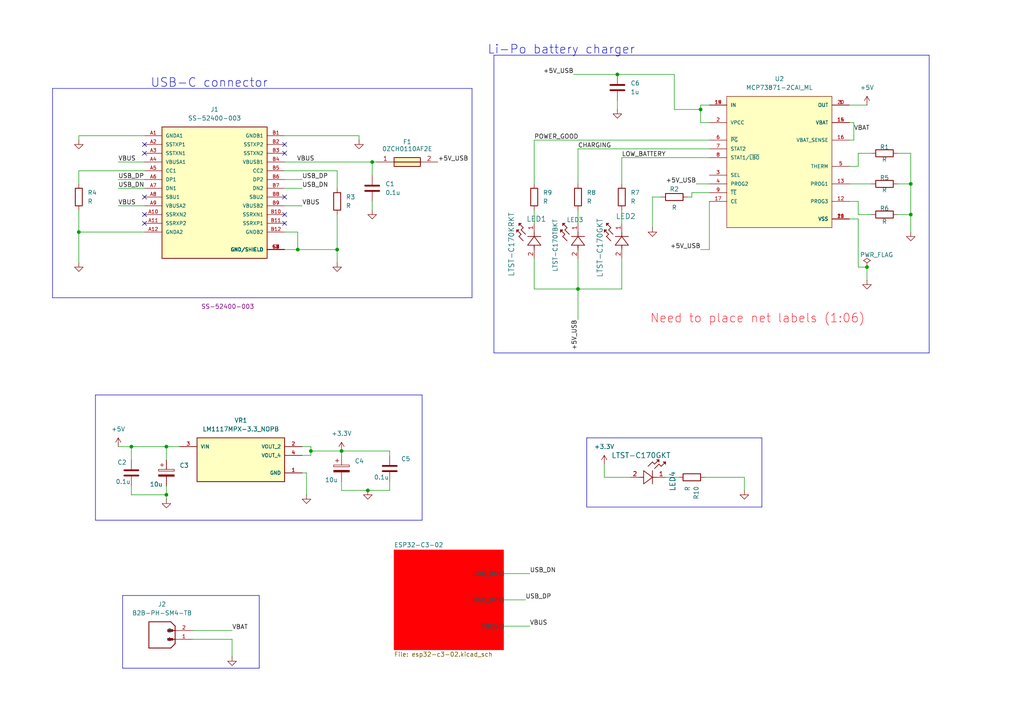
<source format=kicad_sch>
(kicad_sch (version 20250114) (generator "eeschema") (generator_version "9.0")
  (paper "A4")
  (title_block (title "ESP32 project schematic") (date "2025-04-19"))
  (lib_symbols
    (symbol "Device:C" (pin_numbers (hide yes)) (pin_names (offset 0.254))
      (property "Reference" "C" (at 0.635 2.54 0))
      (property "Value" "C" (at 0.635 -2.54 0))
      (symbol "C_0_1"
        (polyline (pts (xy -2.032 0.762) (xy 2.032 0.762)) (stroke (width 0.508)))
        (polyline (pts (xy -2.032 -0.762) (xy 2.032 -0.762)) (stroke (width 0.508)))
      )
      (symbol "C_1_1"
        (pin passive line (at 0 3.81 270) (length 2.794) (name "~") (number "1"))
        (pin passive line (at 0 -3.81 90) (length 2.794) (name "~") (number "2"))
      )
    )
    (symbol "Device:C_Polarized" (pin_numbers (hide yes)) (pin_names (offset 0.254))
      (property "Reference" "C" (at 0.635 2.54 0))
      (property "Value" "C_Polarized" (at 0.635 -2.54 0))
      (symbol "C_Polarized_0_1"
        (rectangle (start -2.286 0.508) (end 2.286 1.016))
        (polyline (pts (xy -1.778 2.286) (xy -0.762 2.286)))
        (polyline (pts (xy -1.27 2.794) (xy -1.27 1.778)))
        (rectangle (start 2.286 -0.508) (end -2.286 -1.016) (fill (type outline)))
      )
      (symbol "C_Polarized_1_1"
        (pin passive line (at 0 3.81 270) (length 2.794) (name "~") (number "1"))
        (pin passive line (at 0 -3.81 90) (length 2.794) (name "~") (number "2"))
      )
    )
    (symbol "Device:R" (pin_numbers (hide yes)) (pin_names (offset 0))
      (property "Reference" "R" (at 2.032 0 90))
      (property "Value" "R" (at 0 0 90))
      (symbol "R_0_1"
        (rectangle (start -1.016 -2.54) (end 1.016 2.54) (stroke (width 0.254)))
      )
      (symbol "R_1_1"
        (pin passive line (at 0 3.81 270) (length 1.27) (name "~") (number "1"))
        (pin passive line (at 0 -3.81 90) (length 1.27) (name "~") (number "2"))
      )
    )
    (symbol "ESP32_IoT_Board_Schem:0ZCH0110AF2E" (pin_names (hide yes))
      (property "Reference" "F" (at 5.08 6.35 0))
      (property "Value" "0ZCH0110AF2E" (at 5.08 3.81 0))
      (symbol "0ZCH0110AF2E_1_1"
        (rectangle (start -3.81 1.27) (end 3.81 -1.27) (stroke (width 0.254)) (fill (type background)))
        (polyline (pts (xy -3.81 0) (xy 3.81 0)) (stroke (width 0.254)))
        (pin passive line (at -8.89 0 0) (length 5.08) (name "1") (number "1"))
        (pin passive line (at 8.89 0 180) (length 5.08) (name "2") (number "2"))
      )
    )
    (symbol "ESP32_IoT_Board_Schem:B2B-PH-SM4-TB" (pin_names (offset 1.016))
      (property "Reference" "J" (at 0 6.35 0))
      (property "Value" "B2B-PH-SM4-TB" (at 0 -5.08 0))
      (symbol "B2B-PH-SM4-TB_0_0"
        (polyline (pts (xy 0 3.81) (xy 0 -1.27)) (stroke (width 0.254)))
        (polyline (pts (xy 0 3.81) (xy 1.27 5.08)) (stroke (width 0.254)))
        (polyline (pts (xy 0 2.54) (xy 1.905 2.54)) (stroke (width 0.254)))
        (polyline (pts (xy 0 0) (xy 1.905 0)) (stroke (width 0.254)))
        (polyline (pts (xy 0 -1.27) (xy 1.27 -2.54)) (stroke (width 0.254)))
        (rectangle (start 0.635 2.2225) (end 2.2225 2.8575) (stroke (width 0.1)) (fill (type outline)))
        (rectangle (start 0.635 -0.3175) (end 2.2225 0.3175) (stroke (width 0.1)) (fill (type outline)))
        (polyline (pts (xy 1.27 -2.54) (xy 7.62 -2.54)) (stroke (width 0.254)))
        (polyline (pts (xy 7.62 5.08) (xy 1.27 5.08)) (stroke (width 0.254)))
        (polyline (pts (xy 7.62 -2.54) (xy 7.62 5.08)) (stroke (width 0.254)))
        (pin passive line (at -5.08 2.54 0) (length 5.08) (name "1") (number "1"))
        (pin passive line (at -5.08 0 0) (length 5.08) (name "2") (number "2"))
      )
    )
    (symbol "ESP32_IoT_Board_Schem:LM1117MPX-3.3_NOPB" (pin_names (offset 1.016))
      (property "Reference" "VR" (at -12.7 6.08 0))
      (property "Value" "LM1117MPX-3.3_NOPB" (at -12.7 -9.08 0))
      (symbol "LM1117MPX-3.3_NOPB_0_0"
        (rectangle (start -12.7 -7.62) (end 12.7 5.08) (stroke (width 0.254)) (fill (type background)))
        (pin input line (at -17.78 2.54 0) (length 5.08) (name "VIN") (number "3"))
        (pin output line (at 17.78 2.54 180) (length 5.08) (name "VOUT_2") (number "2"))
        (pin output line (at 17.78 0 180) (length 5.08) (name "VOUT_4") (number "4"))
        (pin power_in line (at 17.78 -5.08 180) (length 5.08) (name "GND") (number "1"))
      )
    )
    (symbol "ESP32_IoT_Board_Schem:LTST-C170GKT" (pin_names (offset 0.254))
      (property "Reference" "LED" (at 0.635 -4.445 0))
      (property "Value" "LTST-C170GKT" (at 0.635 -7.62 0))
      (symbol "LTST-C170GKT_1_1"
        (polyline (pts (xy -7.62 0) (xy -6.6802 0)) (stroke (width 0.2032)))
        (polyline (pts (xy -6.985 0) (xy -6.35 0)) (stroke (width 0.2032)))
        (polyline (pts (xy -6.35 1.905) (xy -6.35 -1.905)) (stroke (width 0.2032)))
        (polyline (pts (xy -6.35 -1.905) (xy -3.81 0)) (stroke (width 0.2032)))
        (polyline (pts (xy -5.08 3.175) (xy -3.81 4.445)) (stroke (width 0.2032)))
        (polyline (pts (xy -3.81 4.445) (xy -3.175 3.81)) (stroke (width 0.2032)))
        (polyline (pts (xy -3.81 0) (xy -6.35 1.905)) (stroke (width 0.2032)))
        (polyline (pts (xy -3.81 0) (xy -2.54 0)) (stroke (width 0.2032)))
        (polyline (pts (xy -3.81 -1.905) (xy -3.81 1.905)) (stroke (width 0.2032)))
        (polyline (pts (xy -3.175 3.81) (xy -1.905 5.08)) (stroke (width 0.2032)))
        (polyline (pts (xy -3.175 2.54) (xy -1.905 3.81)) (stroke (width 0.2032)))
        (polyline (pts (xy -2.54 5.08) (xy -1.905 4.445)) (stroke (width 0.2032)))
        (polyline (pts (xy -1.905 5.08) (xy -2.54 5.08)) (stroke (width 0.2032)))
        (polyline (pts (xy -1.905 4.445) (xy -1.905 5.08)) (stroke (width 0.2032)))
        (polyline (pts (xy -1.905 3.81) (xy -1.27 3.175)) (stroke (width 0.2032)))
        (polyline (pts (xy -1.27 3.175) (xy 0 4.445)) (stroke (width 0.2032)))
        (polyline (pts (xy -0.635 4.445) (xy 0 3.81)) (stroke (width 0.2032)))
        (polyline (pts (xy 0 4.445) (xy -0.635 4.445)) (stroke (width 0.2032)))
        (polyline (pts (xy 0 3.81) (xy 0 4.445)) (stroke (width 0.2032)))
        (pin unspecified line (at -10.16 0 0) (length 2.54) (name "") (number "2"))
        (pin unspecified line (at 0 0 180) (length 2.54) (name "") (number "1"))
      )
      (symbol "LTST-C170GKT_1_2"
        (polyline (pts (xy -5.08 8.255) (xy -5.08 7.62)) (stroke (width 0.2032)))
        (polyline (pts (xy -5.08 7.62) (xy -4.445 8.255)) (stroke (width 0.2032)))
        (polyline (pts (xy -4.445 10.16) (xy -4.445 9.525)) (stroke (width 0.2032)))
        (polyline (pts (xy -4.445 9.525) (xy -3.81 10.16)) (stroke (width 0.2032)))
        (polyline (pts (xy -4.445 8.255) (xy -5.08 8.255)) (stroke (width 0.2032)))
        (polyline (pts (xy -4.445 6.35) (xy -3.81 6.985)) (stroke (width 0.2032)))
        (polyline (pts (xy -3.81 10.16) (xy -4.445 10.16)) (stroke (width 0.2032)))
        (polyline (pts (xy -3.81 8.255) (xy -3.175 8.89)) (stroke (width 0.2032)))
        (polyline (pts (xy -3.81 6.985) (xy -5.08 8.255)) (stroke (width 0.2032)))
        (polyline (pts (xy -3.175 8.89) (xy -4.445 10.16)) (stroke (width 0.2032)))
        (polyline (pts (xy -3.175 5.08) (xy -4.445 6.35)) (stroke (width 0.2032)))
        (polyline (pts (xy -2.54 6.985) (xy -3.81 8.255)) (stroke (width 0.2032)))
        (polyline (pts (xy -1.905 3.81) (xy 1.905 3.81)) (stroke (width 0.2032)))
        (polyline (pts (xy 0 6.35) (xy -1.905 3.81)) (stroke (width 0.2032)))
        (polyline (pts (xy 0 6.35) (xy 0 7.62)) (stroke (width 0.2032)))
        (polyline (pts (xy 0 3.175) (xy 0 3.81)) (stroke (width 0.2032)))
        (polyline (pts (xy 0 2.54) (xy 0 3.4798)) (stroke (width 0.2032)))
        (polyline (pts (xy 1.905 6.35) (xy -1.905 6.35)) (stroke (width 0.2032)))
        (polyline (pts (xy 1.905 3.81) (xy 0 6.35)) (stroke (width 0.2032)))
        (pin unspecified line (at 0 10.16 270) (length 2.54) (name "") (number "1"))
        (pin unspecified line (at 0 0 90) (length 2.54) (name "") (number "2"))
      )
    )
    (symbol "ESP32_IoT_Board_Schem:LTST-C170KRKT" (pin_names (offset 0.254) (hide yes))
      (property "Reference" "LED" (at 0 -4.445 0))
      (property "Value" "LTST-C170KRKT" (at 5.08 -7.62 0))
      (symbol "LTST-C170KRKT_1_1"
        (polyline (pts (xy -2.54 0) (xy -1.6002 0)) (stroke (width 0.2032)))
        (polyline (pts (xy -1.905 0) (xy -1.27 0)) (stroke (width 0.2032)))
        (polyline (pts (xy -1.27 1.905) (xy -1.27 -1.905)) (stroke (width 0.2032)))
        (polyline (pts (xy -1.27 -1.905) (xy 1.27 0)) (stroke (width 0.2032)))
        (polyline (pts (xy 0 3.175) (xy 1.27 4.445)) (stroke (width 0.2032)))
        (polyline (pts (xy 1.27 4.445) (xy 1.905 3.81)) (stroke (width 0.2032)))
        (polyline (pts (xy 1.27 0) (xy -1.27 1.905)) (stroke (width 0.2032)))
        (polyline (pts (xy 1.27 0) (xy 2.54 0)) (stroke (width 0.2032)))
        (polyline (pts (xy 1.27 -1.905) (xy 1.27 1.905)) (stroke (width 0.2032)))
        (polyline (pts (xy 1.905 3.81) (xy 3.175 5.08)) (stroke (width 0.2032)))
        (polyline (pts (xy 1.905 2.54) (xy 3.175 3.81)) (stroke (width 0.2032)))
        (polyline (pts (xy 2.54 5.08) (xy 3.175 4.445)) (stroke (width 0.2032)))
        (polyline (pts (xy 3.175 5.08) (xy 2.54 5.08)) (stroke (width 0.2032)))
        (polyline (pts (xy 3.175 4.445) (xy 3.175 5.08)) (stroke (width 0.2032)))
        (polyline (pts (xy 3.175 3.81) (xy 3.81 3.175)) (stroke (width 0.2032)))
        (polyline (pts (xy 3.81 3.175) (xy 5.08 4.445)) (stroke (width 0.2032)))
        (polyline (pts (xy 4.445 4.445) (xy 5.08 3.81)) (stroke (width 0.2032)))
        (polyline (pts (xy 5.08 4.445) (xy 4.445 4.445)) (stroke (width 0.2032)))
        (polyline (pts (xy 5.08 3.81) (xy 5.08 4.445)) (stroke (width 0.2032)))
        (pin unspecified line (at -5.08 0 0) (length 2.54) (name "") (number "2"))
        (pin unspecified line (at 5.08 0 180) (length 2.54) (name "") (number "1"))
      )
      (symbol "LTST-C170KRKT_1_2"
        (polyline (pts (xy -5.08 8.255) (xy -5.08 7.62)) (stroke (width 0.2032)))
        (polyline (pts (xy -5.08 7.62) (xy -4.445 8.255)) (stroke (width 0.2032)))
        (polyline (pts (xy -4.445 10.16) (xy -4.445 9.525)) (stroke (width 0.2032)))
        (polyline (pts (xy -4.445 9.525) (xy -3.81 10.16)) (stroke (width 0.2032)))
        (polyline (pts (xy -4.445 8.255) (xy -5.08 8.255)) (stroke (width 0.2032)))
        (polyline (pts (xy -4.445 6.35) (xy -3.81 6.985)) (stroke (width 0.2032)))
        (polyline (pts (xy -3.81 10.16) (xy -4.445 10.16)) (stroke (width 0.2032)))
        (polyline (pts (xy -3.81 8.255) (xy -3.175 8.89)) (stroke (width 0.2032)))
        (polyline (pts (xy -3.81 6.985) (xy -5.08 8.255)) (stroke (width 0.2032)))
        (polyline (pts (xy -3.175 8.89) (xy -4.445 10.16)) (stroke (width 0.2032)))
        (polyline (pts (xy -3.175 5.08) (xy -4.445 6.35)) (stroke (width 0.2032)))
        (polyline (pts (xy -2.54 6.985) (xy -3.81 8.255)) (stroke (width 0.2032)))
        (polyline (pts (xy -1.905 3.81) (xy 1.905 3.81)) (stroke (width 0.2032)))
        (polyline (pts (xy 0 6.35) (xy -1.905 3.81)) (stroke (width 0.2032)))
        (polyline (pts (xy 0 6.35) (xy 0 7.62)) (stroke (width 0.2032)))
        (polyline (pts (xy 0 3.175) (xy 0 3.81)) (stroke (width 0.2032)))
        (polyline (pts (xy 0 2.54) (xy 0 3.4798)) (stroke (width 0.2032)))
        (polyline (pts (xy 1.905 6.35) (xy -1.905 6.35)) (stroke (width 0.2032)))
        (polyline (pts (xy 1.905 3.81) (xy 0 6.35)) (stroke (width 0.2032)))
        (pin unspecified line (at 0 10.16 270) (length 2.54) (name "") (number "1"))
        (pin unspecified line (at 0 0 90) (length 2.54) (name "") (number "2"))
      )
    )
    (symbol "ESP32_IoT_Board_Schem:LTST-C170TBKT" (pin_names (offset 1.016))
      (property "Reference" "LED" (at -7.62 7.62 0))
      (property "Value" "LTST-C170TBKT" (at -11.684 -5.588 0))
      (symbol "LTST-C170TBKT_1_1"
        (polyline (pts (xy -7.62 0) (xy -6.6802 0)) (stroke (width 0.2032)))
        (polyline (pts (xy -6.985 0) (xy -6.35 0)) (stroke (width 0.2032)))
        (polyline (pts (xy -6.35 1.905) (xy -6.35 -1.905)) (stroke (width 0.2032)))
        (polyline (pts (xy -6.35 -1.905) (xy -3.81 0)) (stroke (width 0.2032)))
        (polyline (pts (xy -5.08 3.175) (xy -3.81 4.445)) (stroke (width 0.2032)))
        (polyline (pts (xy -3.81 4.445) (xy -3.175 3.81)) (stroke (width 0.2032)))
        (polyline (pts (xy -3.81 0) (xy -6.35 1.905)) (stroke (width 0.2032)))
        (polyline (pts (xy -3.81 0) (xy -2.54 0)) (stroke (width 0.2032)))
        (polyline (pts (xy -3.81 -1.905) (xy -3.81 1.905)) (stroke (width 0.2032)))
        (polyline (pts (xy -3.175 3.81) (xy -1.905 5.08)) (stroke (width 0.2032)))
        (polyline (pts (xy -3.175 2.54) (xy -1.905 3.81)) (stroke (width 0.2032)))
        (polyline (pts (xy -2.54 5.08) (xy -1.905 4.445)) (stroke (width 0.2032)))
        (polyline (pts (xy -1.905 5.08) (xy -2.54 5.08)) (stroke (width 0.2032)))
        (polyline (pts (xy -1.905 4.445) (xy -1.905 5.08)) (stroke (width 0.2032)))
        (polyline (pts (xy -1.905 3.81) (xy -1.27 3.175)) (stroke (width 0.2032)))
        (polyline (pts (xy -1.27 3.175) (xy 0 4.445)) (stroke (width 0.2032)))
        (polyline (pts (xy -0.635 4.445) (xy 0 3.81)) (stroke (width 0.2032)))
        (polyline (pts (xy 0 4.445) (xy -0.635 4.445)) (stroke (width 0.2032)))
        (polyline (pts (xy 0 3.81) (xy 0 4.445)) (stroke (width 0.2032)))
        (pin unspecified line (at -10.16 0 0) (length 2.54) (name "") (number "2"))
        (pin unspecified line (at 0 0 180) (length 2.54) (name "") (number "1"))
      )
    )
    (symbol "ESP32_IoT_Board_Schem:MCP73871-2CAI_ML" (pin_names (offset 1.016))
      (property "Reference" "U" (at -15.1679 18.5478 0))
      (property "Value" "MCP73871-2CAI_ML" (at -15.3387 -22.9156 0))
      (symbol "MCP73871-2CAI_ML_0_0"
        (rectangle (start -15.24 17.78) (end 15.24 -20.32) (stroke (width 0.1524)) (fill (type background)))
        (pin input line (at -20.32 15.24 0) (length 5.08) (name "IN") (number "18"))
        (pin input line (at -20.32 15.24 0) (length 5.08) (name "IN") (number "19"))
        (pin input line (at -20.32 10.16 0) (length 5.08) (name "VPCC") (number "2"))
        (pin output line (at -20.32 5.08 0) (length 5.08) (name "~{PG}") (number "6"))
        (pin output line (at -20.32 2.54 0) (length 5.08) (name "STAT2") (number "7"))
        (pin output line (at -20.32 0 0) (length 5.08) (name "STAT1/~{LBO}") (number "8"))
        (pin input line (at -20.32 -5.08 0) (length 5.08) (name "SEL") (number "3"))
        (pin input line (at -20.32 -7.62 0) (length 5.08) (name "PROG2") (number "4"))
        (pin input line (at -20.32 -10.16 0) (length 5.08) (name "~{TE}") (number "9"))
        (pin input line (at -20.32 -12.7 0) (length 5.08) (name "CE") (number "17"))
        (pin output line (at 20.32 15.24 180) (length 5.08) (name "OUT") (number "1"))
        (pin output line (at 20.32 15.24 180) (length 5.08) (name "OUT") (number "20"))
        (pin bidirectional line (at 20.32 10.16 180) (length 5.08) (name "VBAT") (number "14"))
        (pin bidirectional line (at 20.32 10.16 180) (length 5.08) (name "VBAT") (number "15"))
        (pin bidirectional line (at 20.32 5.08 180) (length 5.08) (name "VBAT_SENSE") (number "16"))
        (pin bidirectional line (at 20.32 -2.54 180) (length 5.08) (name "THERM") (number "5"))
        (pin bidirectional line (at 20.32 -7.62 180) (length 5.08) (name "PROG1") (number "13"))
        (pin bidirectional line (at 20.32 -12.7 180) (length 5.08) (name "PROG3") (number "12"))
        (pin power_in line (at 20.32 -17.78 180) (length 5.08) (name "VSS") (number "10"))
        (pin power_in line (at 20.32 -17.78 180) (length 5.08) (name "VSS") (number "11"))
        (pin power_in line (at 20.32 -17.78 180) (length 5.08) (name "VSS") (number "21"))
      )
    )
    (symbol "ESP32_IoT_Board_Schem:SS-52400-003" (pin_names (offset 1.016))
      (property "Reference" "J" (at -0.508 20.066 0))
      (property "Value" "SS-52400-003" (at -6.604 17.78 0))
      (symbol "SS-52400-003_0_0"
        (rectangle (start -16.51 17.78) (end 13.97 -20.32) (stroke (width 0.254)) (fill (type background)))
        (pin power_in line (at -21.59 15.24 0) (length 5.08) (name "GNDA1") (number "A1"))
        (pin bidirectional line (at -21.59 12.7 0) (length 5.08) (name "SSTXP1") (number "A2"))
        (pin bidirectional line (at -21.59 10.16 0) (length 5.08) (name "SSTXN1") (number "A3"))
        (pin power_in line (at -21.59 7.62 0) (length 5.08) (name "VBUSA1") (number "A4"))
        (pin bidirectional line (at -21.59 5.08 0) (length 5.08) (name "CC1") (number "A5"))
        (pin bidirectional line (at -21.59 2.54 0) (length 5.08) (name "DP1") (number "A6"))
        (pin bidirectional line (at -21.59 0 0) (length 5.08) (name "DN1") (number "A7"))
        (pin bidirectional line (at -21.59 -2.54 0) (length 5.08) (name "SBU1") (number "A8"))
        (pin power_in line (at -21.59 -5.08 0) (length 5.08) (name "VBUSA2") (number "A9"))
        (pin bidirectional line (at -21.59 -7.62 0) (length 5.08) (name "SSRXN2") (number "A10"))
        (pin bidirectional line (at -21.59 -10.16 0) (length 5.08) (name "SSRXP2") (number "A11"))
        (pin power_in line (at -21.59 -12.7 0) (length 5.08) (name "GNDA2") (number "A12"))
        (pin power_in line (at 19.05 15.24 180) (length 5.08) (name "GNDB1") (number "B1"))
        (pin bidirectional line (at 19.05 12.7 180) (length 5.08) (name "SSTXP2") (number "B2"))
        (pin bidirectional line (at 19.05 10.16 180) (length 5.08) (name "SSTXN2") (number "B3"))
        (pin power_in line (at 19.05 7.62 180) (length 5.08) (name "VBUSB1") (number "B4"))
        (pin bidirectional line (at 19.05 5.08 180) (length 5.08) (name "CC2") (number "B5"))
        (pin bidirectional line (at 19.05 2.54 180) (length 5.08) (name "DP2") (number "B6"))
        (pin bidirectional line (at 19.05 0 180) (length 5.08) (name "DN2") (number "B7"))
        (pin bidirectional line (at 19.05 -2.54 180) (length 5.08) (name "SBU2") (number "B8"))
        (pin power_in line (at 19.05 -5.08 180) (length 5.08) (name "VBUSB2") (number "B9"))
        (pin bidirectional line (at 19.05 -7.62 180) (length 5.08) (name "SSRXN1") (number "B10"))
        (pin bidirectional line (at 19.05 -10.16 180) (length 5.08) (name "SSRXP1") (number "B11"))
        (pin power_in line (at 19.05 -12.7 180) (length 5.08) (name "GNDB2") (number "B12"))
        (pin power_in line (at 19.05 -17.78 180) (length 5.08) (name "GND/SHIELD") (number "G1"))
        (pin power_in line (at 19.05 -17.78 180) (length 5.08) (name "GND/SHIELD") (number "G2"))
        (pin power_in line (at 19.05 -17.78 180) (length 5.08) (name "GND/SHIELD") (number "G3"))
        (pin power_in line (at 19.05 -17.78 180) (length 5.08) (name "GND/SHIELD") (number "G4"))
        (pin power_in line (at 19.05 -17.78 180) (length 5.08) (name "GND/SHIELD") (number "S1"))
        (pin power_in line (at 19.05 -17.78 180) (length 5.08) (name "GND/SHIELD") (number "S2"))
        (pin power_in line (at 19.05 -17.78 180) (length 5.08) (name "GND/SHIELD") (number "S3"))
        (pin power_in line (at 19.05 -17.78 180) (length 5.08) (name "GND/SHIELD") (number "S4"))
      )
    )
    (symbol "LTST-C170GKT_1" (pin_names (offset 0.254))
      (property "Reference" "LED" (at 0.635 -4.445 0))
      (property "Value" "LTST-C170GKT" (at 0.635 -7.62 0))
      (symbol "LTST-C170GKT_1_1_1"
        (polyline (pts (xy -7.62 0) (xy -6.6802 0)) (stroke (width 0.2032)))
        (polyline (pts (xy -6.985 0) (xy -6.35 0)) (stroke (width 0.2032)))
        (polyline (pts (xy -6.35 1.905) (xy -6.35 -1.905)) (stroke (width 0.2032)))
        (polyline (pts (xy -6.35 -1.905) (xy -3.81 0)) (stroke (width 0.2032)))
        (polyline (pts (xy -5.08 3.175) (xy -3.81 4.445)) (stroke (width 0.2032)))
        (polyline (pts (xy -3.81 4.445) (xy -3.175 3.81)) (stroke (width 0.2032)))
        (polyline (pts (xy -3.81 0) (xy -6.35 1.905)) (stroke (width 0.2032)))
        (polyline (pts (xy -3.81 0) (xy -2.54 0)) (stroke (width 0.2032)))
        (polyline (pts (xy -3.81 -1.905) (xy -3.81 1.905)) (stroke (width 0.2032)))
        (polyline (pts (xy -3.175 3.81) (xy -1.905 5.08)) (stroke (width 0.2032)))
        (polyline (pts (xy -3.175 2.54) (xy -1.905 3.81)) (stroke (width 0.2032)))
        (polyline (pts (xy -2.54 5.08) (xy -1.905 4.445)) (stroke (width 0.2032)))
        (polyline (pts (xy -1.905 5.08) (xy -2.54 5.08)) (stroke (width 0.2032)))
        (polyline (pts (xy -1.905 4.445) (xy -1.905 5.08)) (stroke (width 0.2032)))
        (polyline (pts (xy -1.905 3.81) (xy -1.27 3.175)) (stroke (width 0.2032)))
        (polyline (pts (xy -1.27 3.175) (xy 0 4.445)) (stroke (width 0.2032)))
        (polyline (pts (xy -0.635 4.445) (xy 0 3.81)) (stroke (width 0.2032)))
        (polyline (pts (xy 0 4.445) (xy -0.635 4.445)) (stroke (width 0.2032)))
        (polyline (pts (xy 0 3.81) (xy 0 4.445)) (stroke (width 0.2032)))
        (pin unspecified line (at -10.16 0 0) (length 2.54) (name "") (number "2"))
        (pin unspecified line (at 0 0 180) (length 2.54) (name "") (number "1"))
      )
      (symbol "LTST-C170GKT_1_1_2"
        (polyline (pts (xy -5.08 8.255) (xy -5.08 7.62)) (stroke (width 0.2032)))
        (polyline (pts (xy -5.08 7.62) (xy -4.445 8.255)) (stroke (width 0.2032)))
        (polyline (pts (xy -4.445 10.16) (xy -4.445 9.525)) (stroke (width 0.2032)))
        (polyline (pts (xy -4.445 9.525) (xy -3.81 10.16)) (stroke (width 0.2032)))
        (polyline (pts (xy -4.445 8.255) (xy -5.08 8.255)) (stroke (width 0.2032)))
        (polyline (pts (xy -4.445 6.35) (xy -3.81 6.985)) (stroke (width 0.2032)))
        (polyline (pts (xy -3.81 10.16) (xy -4.445 10.16)) (stroke (width 0.2032)))
        (polyline (pts (xy -3.81 8.255) (xy -3.175 8.89)) (stroke (width 0.2032)))
        (polyline (pts (xy -3.81 6.985) (xy -5.08 8.255)) (stroke (width 0.2032)))
        (polyline (pts (xy -3.175 8.89) (xy -4.445 10.16)) (stroke (width 0.2032)))
        (polyline (pts (xy -3.175 5.08) (xy -4.445 6.35)) (stroke (width 0.2032)))
        (polyline (pts (xy -2.54 6.985) (xy -3.81 8.255)) (stroke (width 0.2032)))
        (polyline (pts (xy -1.905 3.81) (xy 1.905 3.81)) (stroke (width 0.2032)))
        (polyline (pts (xy 0 6.35) (xy -1.905 3.81)) (stroke (width 0.2032)))
        (polyline (pts (xy 0 6.35) (xy 0 7.62)) (stroke (width 0.2032)))
        (polyline (pts (xy 0 3.175) (xy 0 3.81)) (stroke (width 0.2032)))
        (polyline (pts (xy 0 2.54) (xy 0 3.4798)) (stroke (width 0.2032)))
        (polyline (pts (xy 1.905 6.35) (xy -1.905 6.35)) (stroke (width 0.2032)))
        (polyline (pts (xy 1.905 3.81) (xy 0 6.35)) (stroke (width 0.2032)))
        (pin unspecified line (at 0 10.16 270) (length 2.54) (name "") (number "1"))
        (pin unspecified line (at 0 0 90) (length 2.54) (name "") (number "2"))
      )
    )
    (symbol "power:+3.3V" (power) (pin_numbers (hide yes)) (pin_names (offset 0) (hide yes))
      (property "Value" "+3.3V" (at 0 3.556 0))
      (symbol "+3.3V_0_1"
        (polyline (pts (xy -0.762 1.27) (xy 0 2.54)))
        (polyline (pts (xy 0 2.54) (xy 0.762 1.27)))
        (polyline (pts (xy 0 0) (xy 0 2.54)))
      )
      (symbol "+3.3V_1_1"
        (pin power_in line (at 0 0 90) (length 0) (name "~") (number "1"))
      )
    )
    (symbol "power:+5V" (power) (pin_numbers (hide yes)) (pin_names (offset 0) (hide yes))
      (property "Value" "+5V" (at 0 3.556 0))
      (symbol "+5V_0_1"
        (polyline (pts (xy -0.762 1.27) (xy 0 2.54)))
        (polyline (pts (xy 0 2.54) (xy 0.762 1.27)))
        (polyline (pts (xy 0 0) (xy 0 2.54)))
      )
      (symbol "+5V_1_1"
        (pin power_in line (at 0 0 90) (length 0) (name "~") (number "1"))
      )
    )
    (symbol "power:GND" (power) (pin_numbers (hide yes)) (pin_names (offset 0) (hide yes))
      (property "Value" "GND" (at 0 -3.81 0))
      (symbol "GND_0_1"
        (polyline (pts (xy 0 0) (xy 0 -1.27) (xy 1.27 -1.27) (xy 0 -2.54) (xy -1.27 -1.27) (xy 0 -1.27)))
      )
      (symbol "GND_1_1"
        (pin power_in line (at 0 0 270) (length 0) (name "~") (number "1"))
      )
    )
    (symbol "power:PWR_FLAG" (power) (pin_numbers (hide yes)) (pin_names (offset 0) (hide yes))
      (property "Value" "PWR_FLAG" (at 0 3.81 0))
      (symbol "PWR_FLAG_0_0"
        (pin power_out line (at 0 0 90) (length 0) (name "~") (number "1"))
      )
      (symbol "PWR_FLAG_0_1"
        (polyline (pts (xy 0 0) (xy 0 1.27) (xy -1.016 1.905) (xy 0 2.54) (xy 1.016 1.905) (xy 0 1.27)))
      )
    )
  )
  (text "USB-C connector" (at 60.706 24.13 0) (effects (font (size 2.54 2.54))))
  (text "Li-Po battery charger" (at 162.814 14.478 0) (effects (font (size 2.54 2.54))))
  (text "Need to place net labels (1:06)\n" (at 219.71 92.456 0) (effects (font (size 2.54 2.54))))
  (junction (at 86.36 72.39))
  (junction (at 107.95 46.99))
  (junction (at 22.86 67.31))
  (junction (at 97.79 72.39))
  (junction (at 48.26 129.54))
  (junction (at 179.07 21.59))
  (junction (at 203.2 31.75))
  (junction (at 38.1 129.54))
  (junction (at 264.16 53.34))
  (junction (at 48.26 143.51))
  (junction (at 99.06 130.81))
  (junction (at 106.68 142.24))
  (junction (at 251.46 77.47))
  (junction (at 167.64 83.82))
  (junction (at 264.16 62.23))
  (junction (at 90.17 130.81))
  (no_connect (at 41.91 41.91))
  (no_connect (at 41.91 57.15))
  (no_connect (at 82.55 41.91))
  (no_connect (at 82.55 62.23))
  (no_connect (at 82.55 44.45))
  (no_connect (at 82.55 57.15))
  (no_connect (at 41.91 44.45))
  (no_connect (at 82.55 64.77))
  (no_connect (at 41.91 62.23))
  (no_connect (at 41.91 64.77))
  (wire (pts (xy 167.64 83.82) (xy 180.34 83.82)))
  (polyline (pts (xy 269.494 102.362) (xy 269.494 16.002)))
  (wire (pts (xy 154.94 74.93) (xy 154.94 83.82)))
  (wire (pts (xy 248.92 44.45) (xy 248.92 48.26)))
  (polyline (pts (xy 143.256 16.002) (xy 269.494 16.002)))
  (wire (pts (xy 146.05 166.37) (xy 153.67 166.37)))
  (wire (pts (xy 34.29 129.54) (xy 38.1 129.54)))
  (wire (pts (xy 203.2 31.75) (xy 195.58 31.75)))
  (wire (pts (xy 175.26 134.62) (xy 175.26 138.43)))
  (wire (pts (xy 67.31 190.5) (xy 67.31 185.42)))
  (wire (pts (xy 264.16 44.45) (xy 264.16 53.34)))
  (polyline (pts (xy 170.18 147.066) (xy 220.98 147.066)))
  (wire (pts (xy 251.46 81.28) (xy 251.46 77.47)))
  (wire (pts (xy 113.03 139.7) (xy 113.03 142.24)))
  (wire (pts (xy 107.95 46.99) (xy 107.95 50.8)))
  (wire (pts (xy 99.06 139.7) (xy 99.06 142.24)))
  (wire (pts (xy 97.79 72.39) (xy 97.79 76.2)))
  (wire (pts (xy 203.2 30.48) (xy 203.2 31.75)))
  (wire (pts (xy 22.86 39.37) (xy 22.86 40.64)))
  (wire (pts (xy 48.26 133.35) (xy 48.26 129.54)))
  (polyline (pts (xy 122.428 150.876) (xy 122.428 114.554)))
  (wire (pts (xy 191.77 57.15) (xy 189.23 57.15)))
  (wire (pts (xy 87.63 59.69) (xy 82.55 59.69)))
  (polyline (pts (xy 27.686 114.554) (xy 122.428 114.554)))
  (polyline (pts (xy 35.56 172.72) (xy 75.184 172.72)))
  (polyline (pts (xy 136.906 25.654) (xy 136.906 86.36)))
  (wire (pts (xy 87.63 54.61) (xy 82.55 54.61)))
  (wire (pts (xy 90.17 132.08) (xy 87.63 132.08)))
  (polyline (pts (xy 15.24 25.654) (xy 15.24 86.36)))
  (wire (pts (xy 22.86 49.53) (xy 41.91 49.53)))
  (wire (pts (xy 248.92 48.26) (xy 246.38 48.26)))
  (wire (pts (xy 82.55 72.39) (xy 86.36 72.39)))
  (wire (pts (xy 203.2 31.75) (xy 203.2 35.56)))
  (wire (pts (xy 203.2 72.39) (xy 205.74 72.39)))
  (wire (pts (xy 246.38 40.64) (xy 247.65 40.64)))
  (wire (pts (xy 248.92 77.47) (xy 251.46 77.47)))
  (wire (pts (xy 205.74 72.39) (xy 205.74 58.42)))
  (wire (pts (xy 97.79 54.61) (xy 97.79 49.53)))
  (wire (pts (xy 201.93 53.34) (xy 205.74 53.34)))
  (wire (pts (xy 248.92 63.5) (xy 246.38 63.5)))
  (wire (pts (xy 264.16 62.23) (xy 264.16 67.31)))
  (wire (pts (xy 203.2 30.48) (xy 205.74 30.48)))
  (wire (pts (xy 154.94 60.96) (xy 154.94 64.77)))
  (wire (pts (xy 48.26 143.51) (xy 48.26 140.97)))
  (wire (pts (xy 34.29 46.99) (xy 41.91 46.99)))
  (wire (pts (xy 67.31 185.42) (xy 55.88 185.42)))
  (wire (pts (xy 199.39 57.15) (xy 200.66 57.15)))
  (wire (pts (xy 87.63 129.54) (xy 90.17 129.54)))
  (polyline (pts (xy 75.184 193.802) (xy 75.184 172.72)))
  (polyline (pts (xy 35.56 172.72) (xy 35.56 193.802)))
  (polyline (pts (xy 27.686 150.876) (xy 122.428 150.876)))
  (wire (pts (xy 180.34 45.72) (xy 180.34 53.34)))
  (wire (pts (xy 38.1 129.54) (xy 48.26 129.54)))
  (wire (pts (xy 48.26 144.78) (xy 48.26 143.51)))
  (wire (pts (xy 248.92 58.42) (xy 248.92 62.23)))
  (wire (pts (xy 34.29 59.69) (xy 41.91 59.69)))
  (wire (pts (xy 248.92 63.5) (xy 248.92 77.47)))
  (wire (pts (xy 99.06 132.08) (xy 99.06 130.81)))
  (wire (pts (xy 88.9 137.16) (xy 87.63 137.16)))
  (wire (pts (xy 106.68 142.24) (xy 99.06 142.24)))
  (wire (pts (xy 107.95 46.99) (xy 109.22 46.99)))
  (wire (pts (xy 22.86 60.96) (xy 22.86 67.31)))
  (wire (pts (xy 41.91 39.37) (xy 22.86 39.37)))
  (wire (pts (xy 189.23 57.15) (xy 189.23 66.04)))
  (wire (pts (xy 180.34 60.96) (xy 180.34 64.77)))
  (wire (pts (xy 247.65 40.64) (xy 247.65 35.56)))
  (wire (pts (xy 87.63 52.07) (xy 82.55 52.07)))
  (wire (pts (xy 166.37 21.59) (xy 179.07 21.59)))
  (wire (pts (xy 107.95 58.42) (xy 107.95 60.96)))
  (wire (pts (xy 67.31 182.88) (xy 55.88 182.88)))
  (wire (pts (xy 22.86 67.31) (xy 22.86 76.2)))
  (wire (pts (xy 167.64 83.82) (xy 167.64 92.71)))
  (polyline (pts (xy 170.18 127) (xy 170.18 127.508)))
  (wire (pts (xy 195.58 31.75) (xy 195.58 21.59)))
  (wire (pts (xy 175.26 138.43) (xy 182.88 138.43)))
  (polyline (pts (xy 143.256 102.362) (xy 269.494 102.362)))
  (wire (pts (xy 180.34 74.93) (xy 180.34 83.82)))
  (wire (pts (xy 22.86 67.31) (xy 41.91 67.31)))
  (polyline (pts (xy 27.686 114.554) (xy 27.686 150.876)))
  (wire (pts (xy 167.64 60.96) (xy 167.64 64.77)))
  (wire (pts (xy 205.74 40.64) (xy 154.94 40.64)))
  (polyline (pts (xy 15.24 25.654) (xy 136.906 25.654)))
  (polyline (pts (xy 220.98 127) (xy 170.18 127)))
  (wire (pts (xy 205.74 43.18) (xy 167.64 43.18)))
  (wire (pts (xy 48.26 129.54) (xy 52.07 129.54)))
  (wire (pts (xy 34.29 54.61) (xy 41.91 54.61)))
  (wire (pts (xy 195.58 21.59) (xy 179.07 21.59)))
  (wire (pts (xy 88.9 137.16) (xy 88.9 143.51)))
  (wire (pts (xy 146.05 173.99) (xy 152.4 173.99)))
  (wire (pts (xy 34.29 52.07) (xy 41.91 52.07)))
  (wire (pts (xy 196.85 138.43) (xy 193.04 138.43)))
  (wire (pts (xy 113.03 130.81) (xy 99.06 130.81)))
  (wire (pts (xy 247.65 35.56) (xy 246.38 35.56)))
  (wire (pts (xy 264.16 53.34) (xy 264.16 62.23)))
  (wire (pts (xy 113.03 132.08) (xy 113.03 130.81)))
  (wire (pts (xy 248.92 44.45) (xy 252.73 44.45)))
  (wire (pts (xy 82.55 46.99) (xy 107.95 46.99)))
  (wire (pts (xy 38.1 143.51) (xy 48.26 143.51)))
  (wire (pts (xy 154.94 83.82) (xy 167.64 83.82)))
  (polyline (pts (xy 15.24 86.36) (xy 136.906 86.36)))
  (wire (pts (xy 200.66 57.15) (xy 200.66 55.88)))
  (wire (pts (xy 90.17 130.81) (xy 90.17 132.08)))
  (wire (pts (xy 205.74 45.72) (xy 180.34 45.72)))
  (wire (pts (xy 22.86 53.34) (xy 22.86 49.53)))
  (wire (pts (xy 179.07 31.75) (xy 179.07 29.21)))
  (wire (pts (xy 82.55 67.31) (xy 86.36 67.31)))
  (polyline (pts (xy 220.98 147.066) (xy 220.98 127)))
  (wire (pts (xy 97.79 49.53) (xy 82.55 49.53)))
  (wire (pts (xy 104.14 40.64) (xy 104.14 39.37)))
  (wire (pts (xy 104.14 39.37) (xy 82.55 39.37)))
  (wire (pts (xy 246.38 58.42) (xy 248.92 58.42)))
  (wire (pts (xy 113.03 142.24) (xy 106.68 142.24)))
  (wire (pts (xy 260.35 53.34) (xy 264.16 53.34)))
  (wire (pts (xy 248.92 62.23) (xy 252.73 62.23)))
  (wire (pts (xy 260.35 62.23) (xy 264.16 62.23)))
  (wire (pts (xy 97.79 62.23) (xy 97.79 72.39)))
  (polyline (pts (xy 35.56 193.802) (xy 75.184 193.802)))
  (wire (pts (xy 167.64 43.18) (xy 167.64 53.34)))
  (wire (pts (xy 246.38 53.34) (xy 252.73 53.34)))
  (wire (pts (xy 215.9 138.43) (xy 204.47 138.43)))
  (wire (pts (xy 86.36 72.39) (xy 97.79 72.39)))
  (wire (pts (xy 154.94 40.64) (xy 154.94 53.34)))
  (polyline (pts (xy 170.18 127) (xy 170.18 147.066)))
  (wire (pts (xy 90.17 129.54) (xy 90.17 130.81)))
  (polyline (pts (xy 143.256 16.002) (xy 143.256 102.362)))
  (wire (pts (xy 205.74 35.56) (xy 203.2 35.56)))
  (wire (pts (xy 200.66 55.88) (xy 205.74 55.88)))
  (wire (pts (xy 86.36 67.31) (xy 86.36 72.39)))
  (wire (pts (xy 251.46 30.48) (xy 246.38 30.48)))
  (wire (pts (xy 167.64 74.93) (xy 167.64 83.82)))
  (wire (pts (xy 38.1 129.54) (xy 38.1 133.35)))
  (wire (pts (xy 215.9 142.24) (xy 215.9 138.43)))
  (wire (pts (xy 260.35 44.45) (xy 264.16 44.45)))
  (wire (pts (xy 38.1 140.97) (xy 38.1 143.51)))
  (wire (pts (xy 99.06 130.81) (xy 90.17 130.81)))
  (wire (pts (xy 146.05 181.61) (xy 153.67 181.61)))
  (label "CHARGING" (at 167.64 43.18 0))
  (label "+5V_USB" (at 167.64 92.71 270))
  (label "+5V_USB" (at 127 46.99 0))
  (label "VBUS" (at 86.106 46.99 0))
  (label "POWER_GOOD" (at 154.94 40.64 0))
  (label "USB_DN" (at 34.29 54.61 0))
  (label "USB_DN" (at 87.63 54.61 0))
  (label "USB_DP" (at 87.63 52.07 0))
  (label "VBUS" (at 34.29 59.69 0))
  (label "VBAT" (at 247.65 38.1 0))
  (label "+5V_USB" (at 201.93 53.34 180))
  (label "VBUS" (at 34.29 46.99 0))
  (label "VBUS" (at 87.63 59.69 0))
  (label "+5V_USB" (at 203.2 72.39 180))
  (label "USB_DP" (at 34.29 52.07 0))
  (label "VBAT" (at 67.31 182.88 0))
  (label "LOW_BATTERY" (at 180.34 45.72 0))
  (label "+5V_USB" (at 166.37 21.59 180))
  (label "USB_DN" (at 153.67 166.37 0))
  (label "VBUS" (at 153.67 181.61 0))
  (label "USB_DP" (at 152.4 173.99 0))
  (symbol (lib_id "power:+3.3V") (at 99.06 130.81 0) (unit 1)
    (property "Reference" "#PWR011" (effects (hide yes)))
    (property "Value" "+3.3V" (at 99.06 125.73 0))
    (property "Description" "Power symbol creates a global label with name \"+3.3V\"" (effects (hide yes)))
  )
  (symbol (lib_id "power:GND") (at 48.26 144.78 0) (unit 1)
    (property "Reference" "#PWR010" (effects (hide yes)))
    (property "Value" "GND" (effects (hide yes)))
    (property "Description" "Power symbol creates a global label with name \"GND\" , ground" (effects (hide yes)))
  )
  (symbol (lib_id "ESP32_IoT_Board_Schem:LM1117MPX-3.3_NOPB") (at 69.85 132.08 0) (unit 1)
    (property "Reference" "VR1" (at 69.85 121.92 0))
    (property "Value" "LM1117MPX-3.3_NOPB" (at 69.85 124.46 0))
    (property "Footprint" "ESP32_IoT_Board_Footprint:LM1117MPX-3.3_NOPB" (effects (hide yes)))
    (property "Description" "IC REG LIN 3.3V 800MA SOT-223-4" (effects (hide yes)))
    (property "Manufacturer" "Texas Instruments" (effects (hide yes)))
    (property "DigiKey Part Number" "LM1117MPX-3.3/NOPBTR-ND" (effects (hide yes)))
    (property "Manufacturer Product Number" "LM1117MPX-3.3/NOPB" (effects (hide yes)))
  )
  (symbol (lib_id "Device:R") (at 256.54 53.34 90) (unit 1)
    (property "Reference" "R5" (at 256.54 51.562 90))
    (property "Value" "R" (at 256.54 55.118 90))
    (property "Footprint" "Resistor_SMD:R_0805_2012Metric" (effects (hide yes)))
    (property "Description" "Resistor" (effects (hide yes)))
  )
  (symbol (lib_id "Device:C_Polarized") (at 48.26 137.16 0) (unit 1)
    (property "Reference" "C3" (at 52.07 135.0009 0) (effects (justify left)))
    (property "Value" "10u" (at 43.434 140.462 0) (effects (justify left)))
    (property "Description" "Polarized capacitor" (effects (hide yes)))
  )
  (symbol (lib_id "ESP32_IoT_Board_Schem:0ZCH0110AF2E") (at 118.11 46.99 0) (unit 1)
    (property "Reference" "F1" (at 118.11 41.148 0))
    (property "Value" "0ZCH0110AF2E" (at 118.11 43.18 0))
    (property "Footprint" "ESP32_IoT_Board_Footprint:0ZCH0110AF2E" (effects (hide yes)))
    (property "Description" "PTC RESET FUSE" (effects (hide yes)))
    (property "Manufacturer" "Bel Circuit Protection" (effects (hide yes)))
    (property "Manufacturer Part Number" "0ZCH0110AF2E" (effects (hide yes)))
    (property "DigiKey Part Number" "5923-0ZCH0110AF2ETR-ND" (effects (hide yes)))
  )
  (symbol (lib_id "power:GND") (at 107.95 60.96 0) (unit 1)
    (property "Reference" "#PWR07" (effects (hide yes)))
    (property "Value" "GND" (effects (hide yes)))
    (property "Description" "Power symbol creates a global label with name \"GND\" , ground" (effects (hide yes)))
  )
  (symbol (lib_id "power:+3.3V") (at 175.26 134.62 0) (unit 1)
    (property "Reference" "#PWR015" (effects (hide yes)))
    (property "Value" "+3.3V" (at 175.26 129.54 0))
    (property "Description" "Power symbol creates a global label with name \"+3.3V\"" (effects (hide yes)))
  )
  (symbol (lib_id "Device:C") (at 107.95 54.61 0) (unit 1)
    (property "Reference" "C1" (at 111.76 53.3399 0) (effects (justify left)))
    (property "Value" "0.1u" (at 111.76 55.8799 0) (effects (justify left)))
    (property "Footprint" "Capacitor_SMD:C_0805_2012Metric" (effects (hide yes)))
    (property "Description" "Unpolarized capacitor" (effects (hide yes)))
  )
  (symbol (lib_id "power:GND") (at 264.16 67.31 0) (unit 1)
    (property "Reference" "#PWR02" (effects (hide yes)))
    (property "Value" "GND" (effects (hide yes)))
    (property "Description" "Power symbol creates a global label with name \"GND\" , ground" (effects (hide yes)))
  )
  (symbol (lib_id "power:PWR_FLAG") (at 251.46 77.47 0) (unit 1)
    (property "Reference" "#FLG01" (effects (hide yes)))
    (property "Value" "PWR_FLAG" (at 254.254 73.914 0))
    (property "Description" "Special symbol for telling ERC where power comes from" (effects (hide yes)))
  )
  (symbol (lib_id "Device:C") (at 179.07 25.4 0) (unit 1)
    (property "Reference" "C6" (at 182.88 24.1299 0) (effects (justify left)))
    (property "Value" "1u" (at 182.88 26.6699 0) (effects (justify left)))
    (property "Footprint" "Capacitor_SMD:C_0805_2012Metric" (effects (hide yes)))
    (property "Description" "Unpolarized capacitor" (effects (hide yes)))
  )
  (symbol (lib_id "Device:R") (at 167.64 57.15 180) (unit 1)
    (property "Reference" "R8" (at 170.18 55.8799 0) (effects (justify right)))
    (property "Value" "R" (at 170.18 58.4199 0) (effects (justify right)))
    (property "Footprint" "Resistor_SMD:R_0805_2012Metric" (effects (hide yes)))
    (property "Description" "Resistor" (effects (hide yes)))
  )
  (symbol (lib_id "ESP32_IoT_Board_Schem:LTST-C170KRKT") (at 154.94 69.85 90) (unit 1)
    (property "Reference" "LED1" (at 152.654 63.5 90) (effects (font (size 1.524 1.524)) (justify right)))
    (property "Value" "LTST-C170KRKT" (at 148.336 61.468 0) (effects (font (size 1.524 1.524)) (justify right)))
    (property "Footprint" "ESP32_IoT_Board_Footprint:LTST-C170KRKT" (effects (hide yes)))
    (property "Description" "LTST-C170KRKT" (effects (hide yes)))
    (property "Manufacturer" "Lite-On Inc." (effects (hide yes)))
    (property "Manufacturer Part Number" "LTST-C170KRKT" (effects (hide yes)))
    (property "DigiKey Part Number" "160-1415-2-ND" (effects (hide yes)))
  )
  (symbol (lib_id "Device:R") (at 195.58 57.15 90) (unit 1)
    (property "Reference" "R2" (at 195.58 54.864 90))
    (property "Value" "R" (at 195.58 60.198 90))
    (property "Footprint" "Resistor_SMD:R_0805_2012Metric" (effects (hide yes)))
    (property "Description" "Resistor" (effects (hide yes)))
  )
  (symbol (lib_id "Device:R") (at 256.54 62.23 90) (unit 1)
    (property "Reference" "R6" (at 256.54 60.452 90))
    (property "Value" "R" (at 256.54 64.262 90))
    (property "Footprint" "Resistor_SMD:R_0805_2012Metric" (effects (hide yes)))
    (property "Description" "Resistor" (effects (hide yes)))
  )
  (symbol (lib_id "Device:R") (at 256.54 44.45 90) (unit 1)
    (property "Reference" "R1" (at 256.54 42.672 90))
    (property "Value" "R" (at 256.54 46.228 90))
    (property "Footprint" "Resistor_SMD:R_0805_2012Metric" (effects (hide yes)))
    (property "Description" "Resistor" (effects (hide yes)))
  )
  (symbol (lib_id "Device:C") (at 38.1 137.16 0) (unit 1)
    (property "Reference" "C2" (at 34.036 134.112 0) (effects (justify left)))
    (property "Value" "0.1u" (at 33.528 139.7 0) (effects (justify left)))
    (property "Footprint" "Capacitor_SMD:C_0805_2012Metric" (effects (hide yes)))
    (property "Description" "Unpolarized capacitor" (effects (hide yes)))
  )
  (symbol (lib_id "ESP32_IoT_Board_Schem:LTST-C170GKT") (at 193.04 138.43 0) (unit 1)
    (property "Reference" "LED4" (at 195.072 136.652 90) (effects (font (size 1.524 1.524)) (justify right)))
    (property "Value" "LTST-C170GKT" (at 194.564 132.08 0) (effects (font (size 1.524 1.524)) (justify right)))
    (property "Footprint" "ESP32_IoT_Board_Footprint:LTST-C170GKT" (effects (hide yes)))
    (property "Description" "LED GREEN CLEAR SMD" (effects (hide yes)))
    (property "Manufacturer" "Lite-On Inc." (effects (hide yes)))
    (property "Manufacturer Part Number" "LTST-C170GKT" (effects (hide yes)))
    (property "DigiKey Part Number" "160-1179-2-ND" (effects (hide yes)))
  )
  (symbol (lib_id "power:+5V") (at 251.46 30.48 0) (unit 1)
    (property "Reference" "#PWR017" (effects (hide yes)))
    (property "Value" "+5V" (at 251.46 25.4 0))
    (property "Description" "Power symbol creates a global label with name \"+5V\"" (effects (hide yes)))
  )
  (symbol (lib_id "Device:R") (at 154.94 57.15 180) (unit 1)
    (property "Reference" "R9" (at 157.48 55.8799 0) (effects (justify right)))
    (property "Value" "R" (at 157.48 58.4199 0) (effects (justify right)))
    (property "Footprint" "Resistor_SMD:R_0805_2012Metric" (effects (hide yes)))
    (property "Description" "Resistor" (effects (hide yes)))
  )
  (symbol (lib_id "power:GND") (at 97.79 76.2 0) (unit 1)
    (property "Reference" "#PWR04" (effects (hide yes)))
    (property "Value" "GND" (effects (hide yes)))
    (property "Description" "Power symbol creates a global label with name \"GND\" , ground" (effects (hide yes)))
  )
  (symbol (lib_id "power:GND") (at 106.68 142.24 0) (unit 1)
    (property "Reference" "#PWR013" (effects (hide yes)))
    (property "Value" "GND" (effects (hide yes)))
    (property "Description" "Power symbol creates a global label with name \"GND\" , ground" (effects (hide yes)))
  )
  (symbol (lib_id "power:GND") (at 104.14 40.64 0) (unit 1)
    (property "Reference" "#PWR06" (effects (hide yes)))
    (property "Value" "GND" (effects (hide yes)))
    (property "Description" "Power symbol creates a global label with name \"GND\" , ground" (effects (hide yes)))
  )
  (symbol (lib_id "ESP32_IoT_Board_Schem:B2B-PH-SM4-TB") (at 50.8 182.88 180) (unit 1)
    (property "Reference" "J2" (at 46.99 175.26 0))
    (property "Value" "B2B-PH-SM4-TB" (at 46.99 177.8 0))
    (property "Footprint" "ESP32_IoT_Board_Footprint:B2B-PH-SM4-TB" (effects (hide yes)))
    (property "Description" "CONN HEADER SMD 2POS 2MM" (effects (hide yes)))
    (property "Manufacturer" "JST" (effects (hide yes)))
    (property "Manufacturer Product Number" "B2B-PH-SM4-TB" (effects (hide yes)))
    (property "DigiKey Part Number" "455-B2B-PH-SM4-TBTR-ND" (effects (hide yes)))
  )
  (symbol (lib_id "ESP32_IoT_Board_Schem:LTST-C170TBKT") (at 167.64 64.77 90) (unit 1)
    (property "Reference" "LED3" (at 164.338 63.754 90) (effects (justify right)))
    (property "Value" "LTST-C170TBKT" (at 161.036 63.5 0) (effects (justify right)))
    (property "Footprint" "ESP32_IoT_Board_Footprint:LTST-C170TBKT" (effects (hide yes)))
    (property "Description" "LED BLUE CLEAR SMD" (effects (hide yes)))
    (property "DigiKey Part Number" "160-1579-2-ND" (effects (hide yes)))
    (property "Manufacturer" "Lite-On Inc." (effects (hide yes)))
    (property "Manufacturer Part Number" "LTST-C170TBKT" (effects (hide yes)))
  )
  (symbol (lib_id "power:GND") (at 22.86 76.2 0) (unit 1)
    (property "Reference" "#PWR03" (effects (hide yes)))
    (property "Value" "GND" (effects (hide yes)))
    (property "Description" "Power symbol creates a global label with name \"GND\" , ground" (effects (hide yes)))
  )
  (symbol (lib_id "power:GND") (at 215.9 142.24 0) (unit 1)
    (property "Reference" "#PWR016" (effects (hide yes)))
    (property "Value" "GND" (effects (hide yes)))
    (property "Description" "Power symbol creates a global label with name \"GND\" , ground" (effects (hide yes)))
  )
  (symbol (lib_id "Device:C") (at 113.03 135.89 0) (unit 1)
    (property "Reference" "C5" (at 116.332 133.096 0) (effects (justify left)))
    (property "Value" "0.1u" (at 108.458 138.43 0) (effects (justify left)))
    (property "Footprint" "Capacitor_SMD:C_0805_2012Metric" (effects (hide yes)))
    (property "Description" "Unpolarized capacitor" (effects (hide yes)))
  )
  (symbol (lib_id "ESP32_IoT_Board_Schem:MCP73871-2CAI_ML") (at 226.06 45.72 0) (unit 1)
    (property "Reference" "U2" (at 226.06 22.86 0))
    (property "Value" "MCP73871-2CAI_ML" (at 226.06 25.4 0))
    (property "Footprint" "ESP32_IoT_Board_Footprint:MCP73871-2CAI_ML" (effects (hide yes)))
    (property "Description" "IC BATT CHG LI-ION 1CELL 20QFN" (effects (hide yes)))
    (property "DigiKey_Part_Number" "MCP73871-2CAI/ML-ND" (effects (hide yes)))
    (property "SnapEDA_Link" "https://www.snapeda.com/parts/MCP73871-2CAI/ML/Microchip/view-part/?ref=snap" (effects (hide yes)))
    (property "SNAPEDA_PACKAGE_ID" "22102" (effects (hide yes)))
    (property "Package" "QFN-20 Microchip" (effects (hide yes)))
    (property "Check_prices" "https://www.snapeda.com/parts/MCP73871-2CAI/ML/Microchip/view-part/?ref=eda" (effects (hide yes)))
    (property "STANDARD" "IPC-7351B" (effects (hide yes)))
    (property "PARTREV" "D" (effects (hide yes)))
    (property "MF" "Microchip" (effects (hide yes)))
    (property "MP" "MCP73871-2CAI/ML" (effects (hide yes)))
    (property "Description_1" "Microchip MCP73871-2CAI/ML, Battery Charge Controller, 1000mA, 20-Pin QFN | Microchip Technology Inc. MCP73871-2CAI/ML" (effects (hide yes)))
    (property "MANUFACTURER" "Microchip Corp." (effects (hide yes)))
    (property "DigiKey Part Number" "MCP73871-2CAI/ML-ND" (effects (hide yes)))
    (property "Manufacturer" "Microchip Corp." (effects (hide yes)))
    (property "Manufacturer Part Number" "MCP73871-2CAI/ML" (effects (hide yes)))
  )
  (symbol (lib_id "power:+5V") (at 34.29 129.54 0) (unit 1)
    (property "Reference" "#PWR018" (effects (hide yes)))
    (property "Value" "+5V" (at 34.29 124.46 0))
    (property "Description" "Power symbol creates a global label with name \"+5V\"" (effects (hide yes)))
  )
  (symbol (lib_id "Device:C_Polarized") (at 99.06 135.89 0) (unit 1)
    (property "Reference" "C4" (at 102.87 133.7309 0) (effects (justify left)))
    (property "Value" "10u" (at 94.234 139.192 0) (effects (justify left)))
    (property "Description" "Polarized capacitor" (effects (hide yes)))
  )
  (symbol (lib_name "LTST-C170GKT_1") (lib_id "ESP32_IoT_Board_Schem:LTST-C170GKT") (at 180.34 64.77 90) (unit 1)
    (property "Reference" "LED2" (at 178.562 62.738 90) (effects (font (size 1.524 1.524)) (justify right)))
    (property "Value" "LTST-C170GKT" (at 173.99 63.246 0) (effects (font (size 1.524 1.524)) (justify right)))
    (property "Footprint" "ESP32_IoT_Board_Footprint:LTST-C170GKT" (effects (hide yes)))
    (property "Description" "LED GREEN CLEAR SMD" (effects (hide yes)))
    (property "Manufacturer" "Lite-On Inc." (effects (hide yes)))
    (property "Manufacturer Part Number" "LTST-C170GKT" (effects (hide yes)))
    (property "DigiKey Part Number" "160-1179-2-ND" (effects (hide yes)))
  )
  (symbol (lib_id "power:GND") (at 189.23 66.04 0) (unit 1)
    (property "Reference" "#PWR01" (effects (hide yes)))
    (property "Value" "GND" (effects (hide yes)))
    (property "Description" "Power symbol creates a global label with name \"GND\" , ground" (effects (hide yes)))
  )
  (symbol (lib_id "power:GND") (at 67.31 190.5 0) (unit 1)
    (property "Reference" "#PWR014" (effects (hide yes)))
    (property "Value" "GND" (effects (hide yes)))
    (property "Description" "Power symbol creates a global label with name \"GND\" , ground" (effects (hide yes)))
  )
  (symbol (lib_id "Device:R") (at 22.86 57.15 0) (unit 1)
    (property "Reference" "R4" (at 25.4 55.8799 0) (effects (justify left)))
    (property "Value" "R" (at 25.4 58.4199 0) (effects (justify left)))
    (property "Footprint" "Resistor_SMD:R_0805_2012Metric" (effects (hide yes)))
    (property "Description" "Resistor" (effects (hide yes)))
  )
  (symbol (lib_id "power:GND") (at 88.9 143.51 0) (unit 1)
    (property "Reference" "#PWR012" (effects (hide yes)))
    (property "Value" "GND" (effects (hide yes)))
    (property "Description" "Power symbol creates a global label with name \"GND\" , ground" (effects (hide yes)))
  )
  (symbol (lib_id "power:GND") (at 251.46 81.28 0) (unit 1)
    (property "Reference" "#PWR08" (effects (hide yes)))
    (property "Value" "GND" (effects (hide yes)))
    (property "Description" "Power symbol creates a global label with name \"GND\" , ground" (effects (hide yes)))
  )
  (symbol (lib_id "power:GND") (at 22.86 40.64 0) (unit 1)
    (property "Reference" "#PWR05" (effects (hide yes)))
    (property "Value" "GND" (effects (hide yes)))
    (property "Description" "Power symbol creates a global label with name \"GND\" , ground" (effects (hide yes)))
  )
  (symbol (lib_id "Device:R") (at 180.34 57.15 180) (unit 1)
    (property "Reference" "R7" (at 182.88 55.8799 0) (effects (justify right)))
    (property "Value" "R" (at 182.88 58.4199 0) (effects (justify right)))
    (property "Footprint" "Resistor_SMD:R_0805_2012Metric" (effects (hide yes)))
    (property "Description" "Resistor" (effects (hide yes)))
  )
  (symbol (lib_id "ESP32_IoT_Board_Schem:SS-52400-003") (at 63.5 54.61 0) (unit 1)
    (property "Reference" "J1" (at 62.23 31.75 0))
    (property "Value" "SS-52400-003" (at 62.23 34.29 0))
    (property "Footprint" "ESP32_IoT_Board_Footprint:SS-52400-003" (effects (hide yes)))
    (property "Description" "CONN USB TYPE C RT. ANGLE JACK" (effects (hide yes)))
    (property "Manufacturer" "Stewart Connector" (effects (hide yes)))
    (property "Manufacturer Product Number" "SS-52400-003" (effects (hide yes)))
    (property "DigiKey Part Number" " 380-SS-52400-003TR-ND" (effects (hide yes)))
    (property "Manufacturer Part Number" "SS-52400-003" (at 66.04 88.9 0))
  )
  (symbol (lib_id "Device:R") (at 200.66 138.43 90) (unit 1)
    (property "Reference" "R10" (at 201.9301 140.97 0) (effects (justify right)))
    (property "Value" "R" (at 199.3901 140.97 0) (effects (justify right)))
    (property "Footprint" "Resistor_SMD:R_0805_2012Metric" (effects (hide yes)))
    (property "Description" "Resistor" (effects (hide yes)))
  )
  (symbol (lib_id "Device:R") (at 97.79 58.42 0) (unit 1)
    (property "Reference" "R3" (at 100.33 57.1499 0) (effects (justify left)))
    (property "Value" "R" (at 100.33 59.6899 0) (effects (justify left)))
    (property "Footprint" "Resistor_SMD:R_0805_2012Metric" (effects (hide yes)))
    (property "Description" "Resistor" (effects (hide yes)))
  )
  (symbol (lib_id "power:GND") (at 179.07 31.75 0) (unit 1)
    (property "Reference" "#PWR09" (effects (hide yes)))
    (property "Value" "GND" (effects (hide yes)))
    (property "Description" "Power symbol creates a global label with name \"GND\" , ground" (effects (hide yes)))
  )
  (sheet (at 114.3 159.512) (size 31.75 28.956) (stroke (width 0.1524) (color 255 2 0 1)) (fill (color 255 0 5 1.0000))
    (property "Sheetname" "ESP32-C3-02" (at 114.3 158.8004 0) (effects (justify left bottom)))
    (property "Sheetfile" "esp32-c3-02.kicad_sch" (at 114.3 189.0526 0) (effects (justify left top)))
    (pin "UBB_DN" input (at 146.05 166.37 0))
    (pin "USB_DP" input (at 146.05 173.99 0))
    (pin "VBUS" input (at 146.05 181.61 0))
  )
)
</source>
